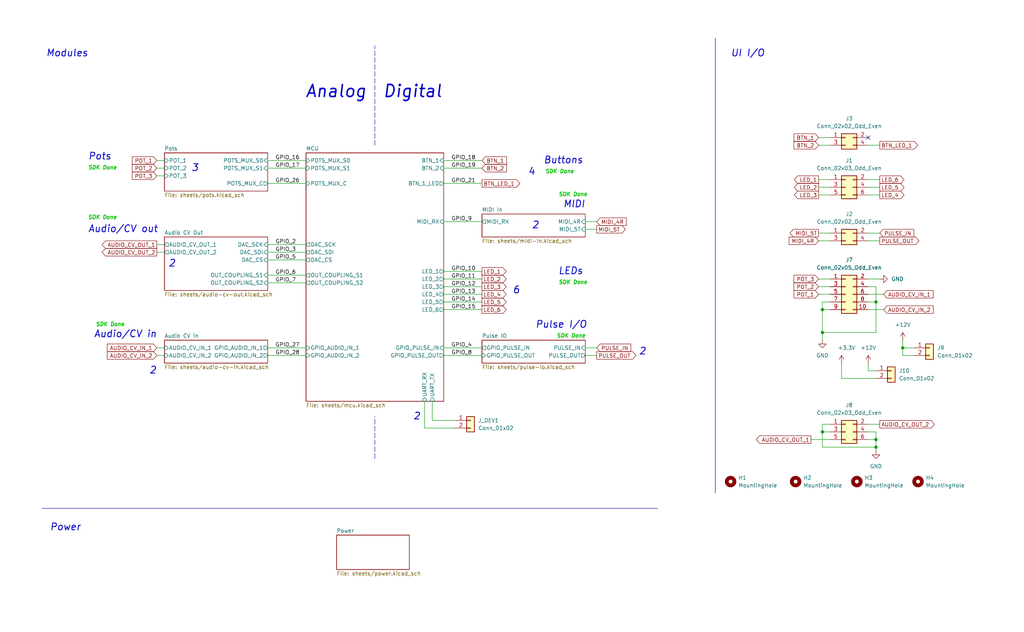
<source format=kicad_sch>
(kicad_sch (version 20250114) (generator "eeschema") (generator_version "9.0")
  (paper "User" 340 210)
  (lib_symbols
    (symbol "Connector_Generic:Conn_01x02" (pin_names (offset 1.016) (hide yes))
      (property "Reference" "J" (at 0 2.54 0))
      (property "Value" "Conn_01x02" (at 0 -5.08 0))
      (symbol "Conn_01x02_1_1"
        (rectangle (start -1.27 1.27) (end 1.27 -3.81) (stroke (width 0.254)) (fill (type background)))
        (rectangle (start -1.27 0.127) (end 0 -0.127) (stroke (width 0.1524)))
        (rectangle (start -1.27 -2.413) (end 0 -2.667) (stroke (width 0.1524)))
        (pin passive line (at -5.08 0 0) (length 3.81) (name "Pin_1") (number "1"))
        (pin passive line (at -5.08 -2.54 0) (length 3.81) (name "Pin_2") (number "2"))
      )
    )
    (symbol "Connector_Generic:Conn_02x02_Odd_Even" (pin_names (offset 1.016) (hide yes))
      (property "Reference" "J" (at 1.27 2.54 0))
      (property "Value" "Conn_02x02_Odd_Even" (at 1.27 -5.08 0))
      (symbol "Conn_02x02_Odd_Even_1_1"
        (rectangle (start -1.27 1.27) (end 3.81 -3.81) (stroke (width 0.254)) (fill (type background)))
        (rectangle (start -1.27 0.127) (end 0 -0.127) (stroke (width 0.1524)))
        (rectangle (start -1.27 -2.413) (end 0 -2.667) (stroke (width 0.1524)))
        (rectangle (start 3.81 0.127) (end 2.54 -0.127) (stroke (width 0.1524)))
        (rectangle (start 3.81 -2.413) (end 2.54 -2.667) (stroke (width 0.1524)))
        (pin passive line (at -5.08 0 0) (length 3.81) (name "Pin_1") (number "1"))
        (pin passive line (at -5.08 -2.54 0) (length 3.81) (name "Pin_3") (number "3"))
        (pin passive line (at 7.62 0 180) (length 3.81) (name "Pin_2") (number "2"))
        (pin passive line (at 7.62 -2.54 180) (length 3.81) (name "Pin_4") (number "4"))
      )
    )
    (symbol "Connector_Generic:Conn_02x03_Odd_Even" (pin_names (offset 1.016) (hide yes))
      (property "Reference" "J" (at 1.27 5.08 0))
      (property "Value" "Conn_02x03_Odd_Even" (at 1.27 -5.08 0))
      (symbol "Conn_02x03_Odd_Even_1_1"
        (rectangle (start -1.27 3.81) (end 3.81 -3.81) (stroke (width 0.254)) (fill (type background)))
        (rectangle (start -1.27 2.667) (end 0 2.413) (stroke (width 0.1524)))
        (rectangle (start -1.27 0.127) (end 0 -0.127) (stroke (width 0.1524)))
        (rectangle (start -1.27 -2.413) (end 0 -2.667) (stroke (width 0.1524)))
        (rectangle (start 3.81 2.667) (end 2.54 2.413) (stroke (width 0.1524)))
        (rectangle (start 3.81 0.127) (end 2.54 -0.127) (stroke (width 0.1524)))
        (rectangle (start 3.81 -2.413) (end 2.54 -2.667) (stroke (width 0.1524)))
        (pin passive line (at -5.08 2.54 0) (length 3.81) (name "Pin_1") (number "1"))
        (pin passive line (at -5.08 0 0) (length 3.81) (name "Pin_3") (number "3"))
        (pin passive line (at -5.08 -2.54 0) (length 3.81) (name "Pin_5") (number "5"))
        (pin passive line (at 7.62 2.54 180) (length 3.81) (name "Pin_2") (number "2"))
        (pin passive line (at 7.62 0 180) (length 3.81) (name "Pin_4") (number "4"))
        (pin passive line (at 7.62 -2.54 180) (length 3.81) (name "Pin_6") (number "6"))
      )
    )
    (symbol "Connector_Generic:Conn_02x05_Odd_Even" (pin_names (offset 1.016) (hide yes))
      (property "Reference" "J" (at 1.27 7.62 0))
      (property "Value" "Conn_02x05_Odd_Even" (at 1.27 -7.62 0))
      (symbol "Conn_02x05_Odd_Even_1_1"
        (rectangle (start -1.27 6.35) (end 3.81 -6.35) (stroke (width 0.254)) (fill (type background)))
        (rectangle (start -1.27 5.207) (end 0 4.953) (stroke (width 0.1524)))
        (rectangle (start -1.27 2.667) (end 0 2.413) (stroke (width 0.1524)))
        (rectangle (start -1.27 0.127) (end 0 -0.127) (stroke (width 0.1524)))
        (rectangle (start -1.27 -2.413) (end 0 -2.667) (stroke (width 0.1524)))
        (rectangle (start -1.27 -4.953) (end 0 -5.207) (stroke (width 0.1524)))
        (rectangle (start 3.81 5.207) (end 2.54 4.953) (stroke (width 0.1524)))
        (rectangle (start 3.81 2.667) (end 2.54 2.413) (stroke (width 0.1524)))
        (rectangle (start 3.81 0.127) (end 2.54 -0.127) (stroke (width 0.1524)))
        (rectangle (start 3.81 -2.413) (end 2.54 -2.667) (stroke (width 0.1524)))
        (rectangle (start 3.81 -4.953) (end 2.54 -5.207) (stroke (width 0.1524)))
        (pin passive line (at -5.08 5.08 0) (length 3.81) (name "Pin_1") (number "1"))
        (pin passive line (at -5.08 2.54 0) (length 3.81) (name "Pin_3") (number "3"))
        (pin passive line (at -5.08 0 0) (length 3.81) (name "Pin_5") (number "5"))
        (pin passive line (at -5.08 -2.54 0) (length 3.81) (name "Pin_7") (number "7"))
        (pin passive line (at -5.08 -5.08 0) (length 3.81) (name "Pin_9") (number "9"))
        (pin passive line (at 7.62 5.08 180) (length 3.81) (name "Pin_2") (number "2"))
        (pin passive line (at 7.62 2.54 180) (length 3.81) (name "Pin_4") (number "4"))
        (pin passive line (at 7.62 0 180) (length 3.81) (name "Pin_6") (number "6"))
        (pin passive line (at 7.62 -2.54 180) (length 3.81) (name "Pin_8") (number "8"))
        (pin passive line (at 7.62 -5.08 180) (length 3.81) (name "Pin_10") (number "10"))
      )
    )
    (symbol "Mechanical:MountingHole" (pin_names (offset 1.016)) (in_bom no)
      (property "Reference" "H" (at 0 5.08 0))
      (property "Value" "MountingHole" (at 0 3.175 0))
      (symbol "MountingHole_0_1"
        (circle (center 0 0) (radius 1.27) (stroke (width 1.27)))
      )
    )
    (symbol "power:+12V" (power) (pin_numbers (hide yes)) (pin_names (offset 0) (hide yes))
      (property "Value" "+12V" (at 0 3.556 0))
      (symbol "+12V_0_1"
        (polyline (pts (xy -0.762 1.27) (xy 0 2.54)))
        (polyline (pts (xy 0 2.54) (xy 0.762 1.27)))
        (polyline (pts (xy 0 0) (xy 0 2.54)))
      )
      (symbol "+12V_1_1"
        (pin power_in line (at 0 0 90) (length 0) (name "~") (number "1"))
      )
    )
    (symbol "power:+3.3V" (power) (pin_numbers (hide yes)) (pin_names (offset 0) (hide yes))
      (property "Value" "+3.3V" (at 0 3.556 0))
      (symbol "+3.3V_0_1"
        (polyline (pts (xy -0.762 1.27) (xy 0 2.54)))
        (polyline (pts (xy 0 2.54) (xy 0.762 1.27)))
        (polyline (pts (xy 0 0) (xy 0 2.54)))
      )
      (symbol "+3.3V_1_1"
        (pin power_in line (at 0 0 90) (length 0) (name "~") (number "1"))
      )
    )
    (symbol "power:GND" (power) (pin_numbers (hide yes)) (pin_names (offset 0) (hide yes))
      (property "Value" "GND" (at 0 -3.81 0))
      (symbol "GND_0_1"
        (polyline (pts (xy 0 0) (xy 0 -1.27) (xy 1.27 -1.27) (xy 0 -2.54) (xy -1.27 -1.27) (xy 0 -1.27)))
      )
      (symbol "GND_1_1"
        (pin power_in line (at 0 0 270) (length 0) (name "~") (number "1"))
      )
    )
  )
  (text "Power" (at 16.51 175.26 0) (effects (font (size 2.27 2.27) (thickness 0.2838) (italic yes)) (justify left)))
  (text "Audio/CV in" (at 31.115 111.125 0) (effects (font (size 2.27 2.27) (thickness 0.2838) (italic yes)) (justify left)))
  (text "Pulse I/O" (at 194.945 107.95 0) (effects (font (size 2.27 2.27) (thickness 0.2838) (italic yes)) (justify right)))
  (text "6" (at 170.18 96.52 0) (effects (font (size 2.27 2.27) (thickness 0.2838) (italic yes)) (justify left)))
  (text "Audio/CV out" (at 29.21 76.2 0) (effects (font (size 2.27 2.27) (thickness 0.2838) (italic yes)) (justify left)))
  (text "4" (at 175.26 57.15 0) (effects (font (size 2.27 2.27) (thickness 0.2838) (italic yes)) (justify left)))
  (text "SDK Done" (at 29.21 55.88 0) (effects (font (size 1.27 1.27) (thickness 0.254) (bold yes) (italic yes)) (justify left)))
  (text "SDK Done" (at 31.75 107.95 0) (effects (font (size 1.27 1.27) (thickness 0.254) (bold yes) (italic yes)) (justify left)))
  (text "SDK Done" (at 29.21 72.39 0) (effects (font (size 1.27 1.27) (thickness 0.254) (bold yes) (italic yes)) (justify left)))
  (text "2" (at 212.09 116.84 0) (effects (font (size 2.27 2.27) (thickness 0.2838) (italic yes)) (justify left)))
  (text "LEDs" (at 193.675 90.17 0) (effects (font (size 2.27 2.27) (thickness 0.2838) (italic yes)) (justify right)))
  (text "Modules" (at 15.24 17.78 0) (effects (font (size 2.27 2.27) (thickness 0.2838) (italic yes)) (justify left)))
  (text "2" (at 49.53 123.19 0) (effects (font (size 2.27 2.27) (thickness 0.2838) (italic yes)) (justify left)))
  (text "SDK Done" (at 185.42 93.98 0) (effects (font (size 1.27 1.27) (thickness 0.254) (bold yes) (italic yes)) (justify left)))
  (text "2" (at 137.16 138.43 0) (effects (font (size 2.27 2.27) (thickness 0.2838) (italic yes)) (justify left)))
  (text "Buttons" (at 193.675 53.34 0) (effects (font (size 2.27 2.27) (thickness 0.2838) (italic yes)) (justify right)))
  (text "2" (at 55.88 87.63 0) (effects (font (size 2.27 2.27) (thickness 0.2838) (italic yes)) (justify left)))
  (text "2" (at 176.53 74.93 0) (effects (font (size 2.27 2.27) (thickness 0.2838) (italic yes)) (justify left)))
  (text "SDK Done" (at 185.42 64.77 0) (effects (font (size 1.27 1.27) (thickness 0.254) (bold yes) (italic yes)) (justify left)))
  (text "Analog" (at 121.92 30.48 0) (effects (font (size 4 4) (thickness 0.5) (italic yes)) (justify right)))
  (text "SDK Done" (at 180.975 57.15 0) (effects (font (size 1.27 1.27) (thickness 0.254) (bold yes) (italic yes)) (justify left)))
  (text "Pots" (at 29.21 52.07 0) (effects (font (size 2.27 2.27) (thickness 0.2838) (italic yes)) (justify left)))
  (text "SDK Done" (at 184.785 111.76 0) (effects (font (size 1.27 1.27) (thickness 0.254) (bold yes) (italic yes)) (justify left)))
  (text "Digital" (at 127 30.48 0) (effects (font (size 4 4) (thickness 0.5) (italic yes)) (justify left)))
  (text "MIDI" (at 194.31 67.945 0) (effects (font (size 2.27 2.27) (thickness 0.2838) (italic yes)) (justify right)))
  (text "3" (at 63.5 55.88 0) (effects (font (size 2.27 2.27) (thickness 0.2838) (italic yes)) (justify left)))
  (text "UI I/O" (at 242.57 17.78 0) (effects (font (size 2.27 2.27) (thickness 0.2838) (italic yes)) (justify left)))
  (junction (at 299.72 115.57))
  (junction (at 273.05 143.51))
  (junction (at 290.83 148.59))
  (junction (at 273.05 110.49))
  (junction (at 273.05 102.87))
  (junction (at 290.83 146.05))
  (junction (at 290.83 100.33))
  (no_connect (at 288.29 45.72))
  (polyline (pts (xy 124.46 48.26) (xy 124.46 15.24)) (stroke (width 0) (type dash)))
  (wire (pts (xy 88.9 93.98) (xy 101.6 93.98)))
  (wire (pts (xy 271.78 45.72) (xy 275.59 45.72)))
  (wire (pts (xy 271.78 48.26) (xy 275.59 48.26)))
  (wire (pts (xy 147.32 55.88) (xy 160.02 55.88)))
  (wire (pts (xy 271.78 80.01) (xy 275.59 80.01)))
  (wire (pts (xy 88.9 81.28) (xy 101.6 81.28)))
  (wire (pts (xy 271.78 97.79) (xy 275.59 97.79)))
  (wire (pts (xy 147.32 97.79) (xy 160.02 97.79)))
  (wire (pts (xy 194.31 76.2) (xy 198.12 76.2)))
  (wire (pts (xy 194.31 118.11) (xy 198.12 118.11)))
  (wire (pts (xy 288.29 120.65) (xy 288.29 123.19)))
  (wire (pts (xy 299.72 115.57) (xy 299.72 118.11)))
  (polyline (pts (xy 124.46 152.4) (xy 124.46 138.43)) (stroke (width 0) (type dash)))
  (wire (pts (xy 292.1 59.69) (xy 288.29 59.69)))
  (wire (pts (xy 292.1 80.01) (xy 288.29 80.01)))
  (wire (pts (xy 140.97 133.35) (xy 140.97 142.24)))
  (wire (pts (xy 147.32 118.11) (xy 160.02 118.11)))
  (wire (pts (xy 288.29 123.19) (xy 290.83 123.19)))
  (wire (pts (xy 293.37 102.87) (xy 288.29 102.87)))
  (wire (pts (xy 271.78 95.25) (xy 275.59 95.25)))
  (wire (pts (xy 88.9 60.96) (xy 101.6 60.96)))
  (wire (pts (xy 290.83 100.33) (xy 290.83 110.49)))
  (wire (pts (xy 290.83 95.25) (xy 290.83 100.33)))
  (wire (pts (xy 290.83 110.49) (xy 273.05 110.49)))
  (wire (pts (xy 271.78 59.69) (xy 275.59 59.69)))
  (wire (pts (xy 147.32 92.71) (xy 160.02 92.71)))
  (wire (pts (xy 52.07 55.88) (xy 54.61 55.88)))
  (wire (pts (xy 273.05 143.51) (xy 275.59 143.51)))
  (wire (pts (xy 52.07 83.82) (xy 54.61 83.82)))
  (wire (pts (xy 290.83 148.59) (xy 290.83 149.86)))
  (wire (pts (xy 52.07 53.34) (xy 54.61 53.34)))
  (wire (pts (xy 273.05 148.59) (xy 290.83 148.59)))
  (wire (pts (xy 88.9 118.11) (xy 101.6 118.11)))
  (wire (pts (xy 290.83 146.05) (xy 290.83 148.59)))
  (wire (pts (xy 288.29 100.33) (xy 290.83 100.33)))
  (wire (pts (xy 88.9 91.44) (xy 101.6 91.44)))
  (wire (pts (xy 147.32 90.17) (xy 160.02 90.17)))
  (wire (pts (xy 292.1 140.97) (xy 288.29 140.97)))
  (wire (pts (xy 198.12 115.57) (xy 194.31 115.57)))
  (wire (pts (xy 140.97 142.24) (xy 151.13 142.24)))
  (wire (pts (xy 147.32 102.87) (xy 160.02 102.87)))
  (wire (pts (xy 273.05 140.97) (xy 273.05 143.51)))
  (wire (pts (xy 88.9 115.57) (xy 101.6 115.57)))
  (wire (pts (xy 271.78 64.77) (xy 275.59 64.77)))
  (wire (pts (xy 290.83 143.51) (xy 290.83 146.05)))
  (wire (pts (xy 288.29 146.05) (xy 290.83 146.05)))
  (wire (pts (xy 273.05 113.03) (xy 273.05 110.49)))
  (wire (pts (xy 279.4 125.73) (xy 279.4 120.65)))
  (wire (pts (xy 147.32 53.34) (xy 160.02 53.34)))
  (wire (pts (xy 147.32 100.33) (xy 160.02 100.33)))
  (wire (pts (xy 288.29 92.71) (xy 292.1 92.71)))
  (wire (pts (xy 52.07 115.57) (xy 54.61 115.57)))
  (wire (pts (xy 88.9 86.36) (xy 101.6 86.36)))
  (wire (pts (xy 288.29 97.79) (xy 293.37 97.79)))
  (wire (pts (xy 52.07 81.28) (xy 54.61 81.28)))
  (wire (pts (xy 271.78 62.23) (xy 275.59 62.23)))
  (wire (pts (xy 52.07 118.11) (xy 54.61 118.11)))
  (wire (pts (xy 143.51 133.35) (xy 143.51 139.7)))
  (wire (pts (xy 273.05 100.33) (xy 273.05 102.87)))
  (wire (pts (xy 273.05 102.87) (xy 273.05 110.49)))
  (wire (pts (xy 273.05 102.87) (xy 275.59 102.87)))
  (wire (pts (xy 273.05 143.51) (xy 273.05 148.59)))
  (wire (pts (xy 198.12 73.66) (xy 194.31 73.66)))
  (wire (pts (xy 290.83 125.73) (xy 279.4 125.73)))
  (polyline (pts (xy 237.49 12.7) (xy 237.49 163.83)))
  (wire (pts (xy 143.51 139.7) (xy 151.13 139.7)))
  (wire (pts (xy 275.59 140.97) (xy 273.05 140.97)))
  (wire (pts (xy 288.29 143.51) (xy 290.83 143.51)))
  (wire (pts (xy 299.72 113.03) (xy 299.72 115.57)))
  (wire (pts (xy 292.1 64.77) (xy 288.29 64.77)))
  (wire (pts (xy 52.07 58.42) (xy 54.61 58.42)))
  (wire (pts (xy 271.78 77.47) (xy 275.59 77.47)))
  (wire (pts (xy 299.72 115.57) (xy 303.53 115.57)))
  (wire (pts (xy 299.72 118.11) (xy 303.53 118.11)))
  (wire (pts (xy 288.29 95.25) (xy 290.83 95.25)))
  (wire (pts (xy 147.32 95.25) (xy 160.02 95.25)))
  (wire (pts (xy 88.9 83.82) (xy 101.6 83.82)))
  (polyline (pts (xy 13.97 168.91) (xy 218.44 168.91)))
  (wire (pts (xy 292.1 77.47) (xy 288.29 77.47)))
  (wire (pts (xy 147.32 60.96) (xy 160.02 60.96)))
  (wire (pts (xy 292.1 62.23) (xy 288.29 62.23)))
  (wire (pts (xy 271.78 92.71) (xy 275.59 92.71)))
  (wire (pts (xy 88.9 53.34) (xy 101.6 53.34)))
  (wire (pts (xy 269.24 146.05) (xy 275.59 146.05)))
  (wire (pts (xy 147.32 73.66) (xy 160.02 73.66)))
  (wire (pts (xy 88.9 55.88) (xy 101.6 55.88)))
  (wire (pts (xy 147.32 115.57) (xy 160.02 115.57)))
  (wire (pts (xy 292.1 48.26) (xy 288.29 48.26)))
  (wire (pts (xy 275.59 100.33) (xy 273.05 100.33)))
  (label "GPIO_14" (at 149.86 100.33 0))
  (label "GPIO_19" (at 149.86 55.88 0))
  (label "GPIO_11" (at 149.86 92.71 0))
  (label "GPIO_3" (at 91.44 83.82 0))
  (label "GPIO_15" (at 149.86 102.87 0))
  (label "GPIO_5" (at 91.44 86.36 0))
  (label "GPIO_21" (at 149.86 60.96 0))
  (label "GPIO_10" (at 149.86 90.17 0))
  (label "GPIO_28" (at 91.44 118.11 0))
  (label "GPIO_13" (at 149.86 97.79 0))
  (label "GPIO_17" (at 91.44 55.88 0))
  (label "GPIO_27" (at 91.44 115.57 0))
  (label "GPIO_26" (at 91.44 60.96 0))
  (label "GPIO_18" (at 149.86 53.34 0))
  (label "GPIO_9" (at 149.86 73.66 0))
  (label "GPIO_7" (at 91.44 93.98 0))
  (label "GPIO_16" (at 91.44 53.34 0))
  (label "GPIO_12" (at 149.86 95.25 0))
  (label "GPIO_4" (at 149.86 115.57 0))
  (label "GPIO_2" (at 91.44 81.28 0))
  (label "GPIO_8" (at 149.86 118.11 0))
  (label "GPIO_6" (at 91.44 91.44 0))
  (global_label "MIDI_5T" (shape output) (at 198.12 76.2 0) (property "Intersheetrefs" "${INTERSHEET_REFS}" (effects (hide yes))))
  (global_label "MIDI_5T" (shape output) (at 271.78 77.47 180) (property "Intersheetrefs" "${INTERSHEET_REFS}" (effects (hide yes))))
  (global_label "AUDIO_CV_OUT_1" (shape output) (at 52.07 81.28 180) (property "Intersheetrefs" "${INTERSHEET_REFS}" (effects (hide yes))))
  (global_label "LED_5" (shape output) (at 160.02 100.33 0) (property "Intersheetrefs" "${INTERSHEET_REFS}" (effects (hide yes))))
  (global_label "LED_2" (shape output) (at 271.78 62.23 180) (property "Intersheetrefs" "${INTERSHEET_REFS}" (effects (hide yes))))
  (global_label "POT_2" (shape input) (at 271.78 95.25 180) (property "Intersheetrefs" "${INTERSHEET_REFS}" (effects (hide yes))))
  (global_label "PULSE_OUT" (shape output) (at 198.12 118.11 0) (property "Intersheetrefs" "${INTERSHEET_REFS}" (effects (hide yes))))
  (global_label "AUDIO_CV_OUT_2" (shape output) (at 292.1 140.97 0) (property "Intersheetrefs" "${INTERSHEET_REFS}" (effects (hide yes))))
  (global_label "BTN_2" (shape input) (at 271.78 48.26 180) (property "Intersheetrefs" "${INTERSHEET_REFS}" (effects (hide yes))))
  (global_label "LED_4" (shape output) (at 160.02 97.79 0) (property "Intersheetrefs" "${INTERSHEET_REFS}" (effects (hide yes))))
  (global_label "BTN_1" (shape input) (at 160.02 53.34 0) (property "Intersheetrefs" "${INTERSHEET_REFS}" (effects (hide yes))))
  (global_label "POT_2" (shape input) (at 52.07 55.88 180) (property "Intersheetrefs" "${INTERSHEET_REFS}" (effects (hide yes))))
  (global_label "LED_5" (shape output) (at 292.1 62.23 0) (property "Intersheetrefs" "${INTERSHEET_REFS}" (effects (hide yes))))
  (global_label "LED_1" (shape output) (at 271.78 59.69 180) (property "Intersheetrefs" "${INTERSHEET_REFS}" (effects (hide yes))))
  (global_label "AUDIO_CV_IN_2" (shape input) (at 52.07 118.11 180) (property "Intersheetrefs" "${INTERSHEET_REFS}" (effects (hide yes))))
  (global_label "LED_6" (shape output) (at 292.1 59.69 0) (property "Intersheetrefs" "${INTERSHEET_REFS}" (effects (hide yes))))
  (global_label "POT_3" (shape input) (at 271.78 92.71 180) (property "Intersheetrefs" "${INTERSHEET_REFS}" (effects (hide yes))))
  (global_label "LED_3" (shape output) (at 271.78 64.77 180) (property "Intersheetrefs" "${INTERSHEET_REFS}" (effects (hide yes))))
  (global_label "BTN_LED_1" (shape output) (at 292.1 48.26 0) (property "Intersheetrefs" "${INTERSHEET_REFS}" (effects (hide yes))))
  (global_label "BTN_2" (shape input) (at 160.02 55.88 0) (property "Intersheetrefs" "${INTERSHEET_REFS}" (effects (hide yes))))
  (global_label "MIDI_4R" (shape input) (at 198.12 73.66 0) (property "Intersheetrefs" "${INTERSHEET_REFS}" (effects (hide yes))))
  (global_label "POT_3" (shape input) (at 52.07 58.42 180) (property "Intersheetrefs" "${INTERSHEET_REFS}" (effects (hide yes))))
  (global_label "LED_3" (shape output) (at 160.02 95.25 0) (property "Intersheetrefs" "${INTERSHEET_REFS}" (effects (hide yes))))
  (global_label "AUDIO_CV_IN_2" (shape input) (at 293.37 102.87 0) (property "Intersheetrefs" "${INTERSHEET_REFS}" (effects (hide yes))))
  (global_label "AUDIO_CV_IN_1" (shape input) (at 293.37 97.79 0) (property "Intersheetrefs" "${INTERSHEET_REFS}" (effects (hide yes))))
  (global_label "BTN_LED_1" (shape output) (at 160.02 60.96 0) (property "Intersheetrefs" "${INTERSHEET_REFS}" (effects (hide yes))))
  (global_label "MIDI_4R" (shape input) (at 271.78 80.01 180) (property "Intersheetrefs" "${INTERSHEET_REFS}" (effects (hide yes))))
  (global_label "AUDIO_CV_IN_1" (shape input) (at 52.07 115.57 180) (property "Intersheetrefs" "${INTERSHEET_REFS}" (effects (hide yes))))
  (global_label "PULSE_IN" (shape input) (at 292.1 77.47 0) (property "Intersheetrefs" "${INTERSHEET_REFS}" (effects (hide yes))))
  (global_label "LED_6" (shape output) (at 160.02 102.87 0) (property "Intersheetrefs" "${INTERSHEET_REFS}" (effects (hide yes))))
  (global_label "POT_1" (shape input) (at 271.78 97.79 180) (property "Intersheetrefs" "${INTERSHEET_REFS}" (effects (hide yes))))
  (global_label "LED_2" (shape output) (at 160.02 92.71 0) (property "Intersheetrefs" "${INTERSHEET_REFS}" (effects (hide yes))))
  (global_label "LED_4" (shape output) (at 292.1 64.77 0) (property "Intersheetrefs" "${INTERSHEET_REFS}" (effects (hide yes))))
  (global_label "AUDIO_CV_OUT_2" (shape output) (at 52.07 83.82 180) (property "Intersheetrefs" "${INTERSHEET_REFS}" (effects (hide yes))))
  (global_label "BTN_1" (shape input) (at 271.78 45.72 180) (property "Intersheetrefs" "${INTERSHEET_REFS}" (effects (hide yes))))
  (global_label "AUDIO_CV_OUT_1" (shape output) (at 269.24 146.05 180) (property "Intersheetrefs" "${INTERSHEET_REFS}" (effects (hide yes))))
  (global_label "PULSE_IN" (shape input) (at 198.12 115.57 0) (property "Intersheetrefs" "${INTERSHEET_REFS}" (effects (hide yes))))
  (global_label "POT_1" (shape input) (at 52.07 53.34 180) (property "Intersheetrefs" "${INTERSHEET_REFS}" (effects (hide yes))))
  (global_label "LED_1" (shape output) (at 160.02 90.17 0) (property "Intersheetrefs" "${INTERSHEET_REFS}" (effects (hide yes))))
  (global_label "PULSE_OUT" (shape output) (at 292.1 80.01 0) (property "Intersheetrefs" "${INTERSHEET_REFS}" (effects (hide yes))))
  (symbol (lib_id "power:GND") (at 290.83 149.86 0) (unit 1)
    (property "Reference" "#PWR013" (effects (hide yes)))
    (property "Value" "GND" (at 290.83 154.94 0))
    (property "Description" "Power symbol creates a global label with name \"GND\" , ground" (effects (hide yes)))
  )
  (symbol (lib_id "Connector_Generic:Conn_02x02_Odd_Even") (at 280.67 45.72 0) (unit 1)
    (property "Reference" "J3" (at 281.94 39.37 0))
    (property "Value" "Conn_02x02_Odd_Even" (at 281.94 41.91 0))
    (property "Footprint" "Connector_PinHeader_2.54mm:PinHeader_2x02_P2.54mm_Vertical" (effects (hide yes)))
    (property "Description" "Generic connector, double row, 02x02, odd/even pin numbering scheme (row 1 odd numbers, row 2 even numbers), script generated (kicad-library-utils/schlib/autogen/connector/)" (effects (hide yes)))
    (property "Vendor" "Mouser" (effects (hide yes)))
  )
  (symbol (lib_id "power:GND") (at 292.1 92.71 90) (unit 1)
    (property "Reference" "#PWR076" (effects (hide yes)))
    (property "Value" "GND" (at 295.91 92.7099 90) (effects (justify right)))
    (property "Description" "Power symbol creates a global label with name \"GND\" , ground" (effects (hide yes)))
  )
  (symbol (lib_id "Mechanical:MountingHole") (at 264.16 160.02 0) (unit 1) (in_bom no)
    (property "Reference" "H2" (at 266.7 158.7499 0) (effects (justify left)))
    (property "Value" "MountingHole" (at 266.7 161.2899 0) (effects (justify left)))
    (property "Footprint" "MountingHole:MountingHole_3.2mm_M3_DIN965_Pad" (effects (hide yes)))
    (property "Description" "Mounting Hole without connection" (effects (hide yes)))
    (property "Vendor" "N/A" (effects (hide yes)))
  )
  (symbol (lib_id "Mechanical:MountingHole") (at 242.57 160.02 0) (unit 1) (in_bom no)
    (property "Reference" "H1" (at 245.11 158.7499 0) (effects (justify left)))
    (property "Value" "MountingHole" (at 245.11 161.2899 0) (effects (justify left)))
    (property "Footprint" "MountingHole:MountingHole_3.2mm_M3_DIN965_Pad" (effects (hide yes)))
    (property "Description" "Mounting Hole without connection" (effects (hide yes)))
    (property "Vendor" "N/A" (effects (hide yes)))
  )
  (symbol (lib_id "power:+12V") (at 299.72 113.03 0) (unit 1)
    (property "Reference" "#PWR067" (effects (hide yes)))
    (property "Value" "+12V" (at 299.72 107.95 0))
    (property "Description" "Power symbol creates a global label with name \"+12V\"" (effects (hide yes)))
  )
  (symbol (lib_id "power:+12V") (at 288.29 120.65 0) (unit 1)
    (property "Reference" "#PWR012" (effects (hide yes)))
    (property "Value" "+12V" (at 288.29 115.57 0))
    (property "Description" "Power symbol creates a global label with name \"+12V\"" (effects (hide yes)))
  )
  (symbol (lib_id "Connector_Generic:Conn_02x05_Odd_Even") (at 280.67 97.79 0) (unit 1)
    (property "Reference" "J7" (at 281.94 86.36 0))
    (property "Value" "Conn_02x05_Odd_Even" (at 281.94 88.9 0))
    (property "Footprint" "Connector_PinHeader_2.54mm:PinHeader_2x05_P2.54mm_Vertical" (effects (hide yes)))
    (property "Description" "Generic connector, double row, 02x05, odd/even pin numbering scheme (row 1 odd numbers, row 2 even numbers), script generated (kicad-library-utils/schlib/autogen/connector/)" (effects (hide yes)))
    (property "Vendor" "Mouser" (effects (hide yes)))
  )
  (symbol (lib_id "power:+3.3V") (at 279.4 120.65 0) (unit 1)
    (property "Reference" "#PWR062" (effects (hide yes)))
    (property "Value" "+3.3V" (at 278.13 115.57 0) (effects (justify left)))
    (property "Description" "Power symbol creates a global label with name \"+3.3V\"" (effects (hide yes)))
  )
  (symbol (lib_id "Mechanical:MountingHole") (at 284.48 160.02 0) (unit 1) (in_bom no)
    (property "Reference" "H3" (at 287.02 158.7499 0) (effects (justify left)))
    (property "Value" "MountingHole" (at 287.02 161.2899 0) (effects (justify left)))
    (property "Footprint" "MountingHole:MountingHole_3.2mm_M3_DIN965_Pad" (effects (hide yes)))
    (property "Description" "Mounting Hole without connection" (effects (hide yes)))
    (property "Vendor" "N/A" (effects (hide yes)))
  )
  (symbol (lib_id "Connector_Generic:Conn_02x03_Odd_Even") (at 280.67 143.51 0) (unit 1)
    (property "Reference" "J8" (at 281.94 134.62 0))
    (property "Value" "Conn_02x03_Odd_Even" (at 281.94 137.16 0))
    (property "Footprint" "Connector_PinHeader_2.54mm:PinHeader_2x03_P2.54mm_Vertical" (effects (hide yes)))
    (property "Description" "Generic connector, double row, 02x03, odd/even pin numbering scheme (row 1 odd numbers, row 2 even numbers), script generated (kicad-library-utils/schlib/autogen/connector/)" (effects (hide yes)))
    (property "Vendor" "Mouser" (effects (hide yes)))
  )
  (symbol (lib_id "Connector_Generic:Conn_01x02") (at 308.61 115.57 0) (unit 1)
    (property "Reference" "J9" (at 311.15 115.5699 0) (effects (justify left)))
    (property "Value" "Conn_01x02" (at 311.15 118.1099 0) (effects (justify left)))
    (property "Footprint" "Connector_PinHeader_2.54mm:PinHeader_1x02_P2.54mm_Vertical" (effects (hide yes)))
    (property "Description" "Generic connector, single row, 01x02, script generated (kicad-library-utils/schlib/autogen/connector/)" (effects (hide yes)))
    (property "Vendor" "Mouser" (effects (hide yes)))
  )
  (symbol (lib_id "Mechanical:MountingHole") (at 304.8 160.02 0) (unit 1) (in_bom no)
    (property "Reference" "H4" (at 307.34 158.7499 0) (effects (justify left)))
    (property "Value" "MountingHole" (at 307.34 161.2899 0) (effects (justify left)))
    (property "Footprint" "MountingHole:MountingHole_3.2mm_M3_DIN965_Pad" (effects (hide yes)))
    (property "Description" "Mounting Hole without connection" (effects (hide yes)))
    (property "Vendor" "N/A" (effects (hide yes)))
  )
  (symbol (lib_id "Connector_Generic:Conn_01x02") (at 295.91 123.19 0) (unit 1)
    (property "Reference" "J10" (at 298.45 123.1899 0) (effects (justify left)))
    (property "Value" "Conn_01x02" (at 298.45 125.7299 0) (effects (justify left)))
    (property "Footprint" "Connector_PinHeader_2.54mm:PinHeader_1x02_P2.54mm_Vertical" (effects (hide yes)))
    (property "Description" "Generic connector, single row, 01x02, script generated (kicad-library-utils/schlib/autogen/connector/)" (effects (hide yes)))
    (property "Vendor" "Mouser" (effects (hide yes)))
  )
  (symbol (lib_id "Connector_Generic:Conn_01x02") (at 156.21 139.7 0) (unit 1)
    (property "Reference" "J_DEV1" (at 158.75 139.6999 0) (effects (justify left)))
    (property "Value" "Conn_01x02" (at 158.75 142.2399 0) (effects (justify left)))
    (property "Footprint" "Connector_PinHeader_2.54mm:PinHeader_1x02_P2.54mm_Vertical" (effects (hide yes)))
    (property "Description" "Generic connector, single row, 01x02, script generated (kicad-library-utils/schlib/autogen/connector/)" (effects (hide yes)))
  )
  (symbol (lib_id "power:GND") (at 273.05 113.03 0) (unit 1)
    (property "Reference" "#PWR074" (effects (hide yes)))
    (property "Value" "GND" (at 273.05 118.11 0))
    (property "Description" "Power symbol creates a global label with name \"GND\" , ground" (effects (hide yes)))
  )
  (symbol (lib_id "Connector_Generic:Conn_02x03_Odd_Even") (at 280.67 62.23 0) (unit 1)
    (property "Reference" "J1" (at 281.94 53.34 0))
    (property "Value" "Conn_02x03_Odd_Even" (at 281.94 55.88 0))
    (property "Footprint" "Connector_PinHeader_2.54mm:PinHeader_2x03_P2.54mm_Vertical" (effects (hide yes)))
    (property "Description" "Generic connector, double row, 02x03, odd/even pin numbering scheme (row 1 odd numbers, row 2 even numbers), script generated (kicad-library-utils/schlib/autogen/connector/)" (effects (hide yes)))
    (property "Vendor" "Mouser" (effects (hide yes)))
  )
  (symbol (lib_id "Connector_Generic:Conn_02x02_Odd_Even") (at 280.67 77.47 0) (unit 1)
    (property "Reference" "J2" (at 281.94 71.12 0))
    (property "Value" "Conn_02x02_Odd_Even" (at 281.94 73.66 0))
    (property "Footprint" "Connector_PinHeader_2.54mm:PinHeader_2x02_P2.54mm_Vertical" (effects (hide yes)))
    (property "Description" "Generic connector, double row, 02x02, odd/even pin numbering scheme (row 1 odd numbers, row 2 even numbers), script generated (kicad-library-utils/schlib/autogen/connector/)" (effects (hide yes)))
    (property "Vendor" "Mouser" (effects (hide yes)))
  )
  (sheet (at 54.61 113.03) (size 34.29 7.62) (stroke (width 0.1524))
    (property "Sheetname" "Audio CV In" (at 54.61 112.3184 0) (effects (justify left bottom)))
    (property "Sheetfile" "sheets/audio-cv-in.kicad_sch" (at 54.61 121.2346 0) (effects (justify left top)))
    (pin "AUDIO_CV_IN_1" input (at 54.61 115.57 180))
    (pin "AUDIO_CV_IN_2" input (at 54.61 118.11 180))
    (pin "GPIO_AUDIO_IN_1" output (at 88.9 115.57 0))
    (pin "GPIO_AUDIO_IN_2" output (at 88.9 118.11 0))
  )
  (sheet (at 54.61 50.8) (size 34.29 12.7) (stroke (width 0.1524))
    (property "Sheetname" "Pots" (at 54.61 50.0884 0) (effects (justify left bottom)))
    (property "Sheetfile" "sheets/pots.kicad_sch" (at 54.61 64.0846 0) (effects (justify left top)))
    (pin "POTS_MUX_C" output (at 88.9 60.96 0))
    (pin "POTS_MUX_S0" input (at 88.9 53.34 0))
    (pin "POTS_MUX_S1" input (at 88.9 55.88 0))
    (pin "POT_1" input (at 54.61 53.34 180))
    (pin "POT_2" input (at 54.61 55.88 180))
    (pin "POT_3" input (at 54.61 58.42 180))
  )
  (sheet (at 160.02 71.12) (size 34.29 7.62) (stroke (width 0.1524))
    (property "Sheetname" "MIDI In" (at 160.02 70.4084 0) (effects (justify left bottom)))
    (property "Sheetfile" "sheets/midi-in.kicad_sch" (at 160.02 79.3246 0) (effects (justify left top)))
    (pin "MIDI_4R" input (at 194.31 73.66 0))
    (pin "MIDI_5T" input (at 194.31 76.2 0))
    (pin "MIDI_RX" output (at 160.02 73.66 180))
  )
  (sheet (at 111.76 177.8) (size 24.13 11.43) (stroke (width 0.1524))
    (property "Sheetname" "Power" (at 111.76 177.0884 0) (effects (justify left bottom)))
    (property "Sheetfile" "sheets/power.kicad_sch" (at 111.76 189.8146 0) (effects (justify left top)))
  )
  (sheet (at 54.61 78.74) (size 34.29 17.78) (stroke (width 0.1524))
    (property "Sheetname" "Audio CV Out" (at 54.61 78.0284 0) (effects (justify left bottom)))
    (property "Sheetfile" "sheets/audio-cv-out.kicad_sch" (at 54.61 97.1046 0) (effects (justify left top)))
    (pin "AUDIO_CV_OUT_1" output (at 54.61 81.28 180))
    (pin "DAC_CS" input (at 88.9 86.36 0))
    (pin "DAC_SCK" input (at 88.9 81.28 0))
    (pin "DAC_SDI" input (at 88.9 83.82 0))
    (pin "AUDIO_CV_OUT_2" output (at 54.61 83.82 180))
    (pin "OUT_COUPLING_S1" input (at 88.9 91.44 0))
    (pin "OUT_COUPLING_S2" input (at 88.9 93.98 0))
  )
  (sheet (at 160.02 113.03) (size 34.29 7.62) (stroke (width 0.1524))
    (property "Sheetname" "Pulse IO" (at 160.02 112.3184 0) (effects (justify left bottom)))
    (property "Sheetfile" "sheets/pulse-io.kicad_sch" (at 160.02 121.2346 0) (effects (justify left top)))
    (pin "GPIO_PULSE_IN" output (at 160.02 115.57 180))
    (pin "GPIO_PULSE_OUT" input (at 160.02 118.11 180))
    (pin "PULSE_IN" input (at 194.31 115.57 0))
    (pin "PULSE_OUT" output (at 194.31 118.11 0))
  )
  (sheet (at 101.6 50.8) (size 45.72 82.55) (stroke (width 0.1524))
    (property "Sheetname" "MCU" (at 101.6 50.0884 0) (effects (justify left bottom)))
    (property "Sheetfile" "sheets/mcu.kicad_sch" (at 101.6 133.9346 0) (effects (justify left top)))
    (pin "POTS_MUX_C" input (at 101.6 60.96 180))
    (pin "POTS_MUX_S0" input (at 101.6 53.34 180))
    (pin "POTS_MUX_S1" input (at 101.6 55.88 180))
    (pin "LED_1" output (at 147.32 90.17 0))
    (pin "LED_2" output (at 147.32 92.71 0))
    (pin "LED_3" output (at 147.32 95.25 0))
    (pin "LED_4" output (at 147.32 97.79 0))
    (pin "LED_5" output (at 147.32 100.33 0))
    (pin "LED_6" output (at 147.32 102.87 0))
    (pin "MIDI_RX" input (at 147.32 73.66 0))
    (pin "BTN_1" input (at 147.32 53.34 0))
    (pin "BTN_2" input (at 147.32 55.88 0))
    (pin "BTN_1_LED" output (at 147.32 60.96 0))
    (pin "UART_RX" input (at 140.97 133.35 270))
    (pin "UART_TX" input (at 143.51 133.35 270))
    (pin "DAC_CS" output (at 101.6 86.36 180))
    (pin "DAC_SCK" output (at 101.6 81.28 180))
    (pin "DAC_SDI" output (at 101.6 83.82 180))
    (pin "OUT_COUPLING_S1" output (at 101.6 91.44 180))
    (pin "OUT_COUPLING_S2" output (at 101.6 93.98 180))
    (pin "GPIO_AUDIO_IN_1" input (at 101.6 115.57 180))
    (pin "GPIO_AUDIO_IN_2" input (at 101.6 118.11 180))
    (pin "GPIO_PULSE_IN" input (at 147.32 115.57 0))
    (pin "GPIO_PULSE_OUT" output (at 147.32 118.11 0))
  )
)
</source>
